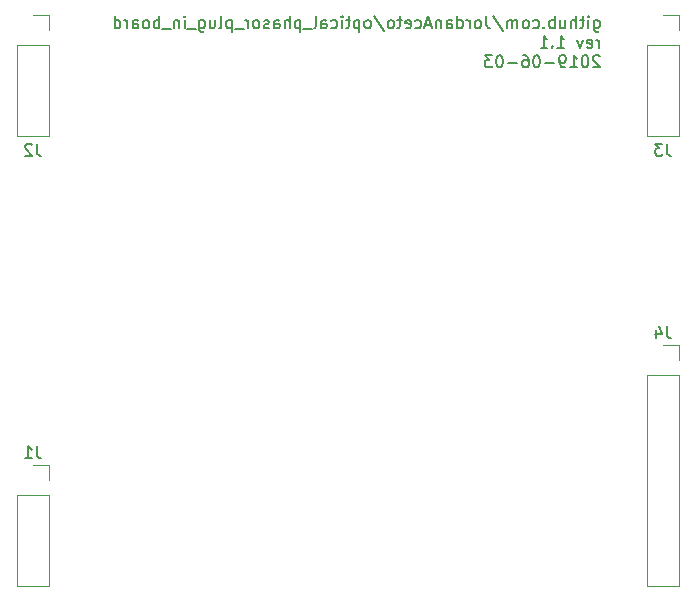
<source format=gbr>
G04 #@! TF.GenerationSoftware,KiCad,Pcbnew,5.1.6-c6e7f7d~87~ubuntu18.04.1*
G04 #@! TF.CreationDate,2020-07-17T09:27:03-04:00*
G04 #@! TF.ProjectId,optical_phasor_plug_in_board,6f707469-6361-46c5-9f70-6861736f725f,1.1*
G04 #@! TF.SameCoordinates,Original*
G04 #@! TF.FileFunction,Legend,Bot*
G04 #@! TF.FilePolarity,Positive*
%FSLAX46Y46*%
G04 Gerber Fmt 4.6, Leading zero omitted, Abs format (unit mm)*
G04 Created by KiCad (PCBNEW 5.1.6-c6e7f7d~87~ubuntu18.04.1) date 2020-07-17 09:27:03*
%MOMM*%
%LPD*%
G01*
G04 APERTURE LIST*
%ADD10C,0.150000*%
%ADD11C,0.120000*%
G04 APERTURE END LIST*
D10*
X166875833Y-67731714D02*
X166875833Y-68541238D01*
X166923452Y-68636476D01*
X166971071Y-68684095D01*
X167066309Y-68731714D01*
X167209166Y-68731714D01*
X167304404Y-68684095D01*
X166875833Y-68350761D02*
X166971071Y-68398380D01*
X167161547Y-68398380D01*
X167256785Y-68350761D01*
X167304404Y-68303142D01*
X167352023Y-68207904D01*
X167352023Y-67922190D01*
X167304404Y-67826952D01*
X167256785Y-67779333D01*
X167161547Y-67731714D01*
X166971071Y-67731714D01*
X166875833Y-67779333D01*
X166399642Y-68398380D02*
X166399642Y-67731714D01*
X166399642Y-67398380D02*
X166447261Y-67446000D01*
X166399642Y-67493619D01*
X166352023Y-67446000D01*
X166399642Y-67398380D01*
X166399642Y-67493619D01*
X166066309Y-67731714D02*
X165685357Y-67731714D01*
X165923452Y-67398380D02*
X165923452Y-68255523D01*
X165875833Y-68350761D01*
X165780595Y-68398380D01*
X165685357Y-68398380D01*
X165352023Y-68398380D02*
X165352023Y-67398380D01*
X164923452Y-68398380D02*
X164923452Y-67874571D01*
X164971071Y-67779333D01*
X165066309Y-67731714D01*
X165209166Y-67731714D01*
X165304404Y-67779333D01*
X165352023Y-67826952D01*
X164018690Y-67731714D02*
X164018690Y-68398380D01*
X164447261Y-67731714D02*
X164447261Y-68255523D01*
X164399642Y-68350761D01*
X164304404Y-68398380D01*
X164161547Y-68398380D01*
X164066309Y-68350761D01*
X164018690Y-68303142D01*
X163542500Y-68398380D02*
X163542500Y-67398380D01*
X163542500Y-67779333D02*
X163447261Y-67731714D01*
X163256785Y-67731714D01*
X163161547Y-67779333D01*
X163113928Y-67826952D01*
X163066309Y-67922190D01*
X163066309Y-68207904D01*
X163113928Y-68303142D01*
X163161547Y-68350761D01*
X163256785Y-68398380D01*
X163447261Y-68398380D01*
X163542500Y-68350761D01*
X162637738Y-68303142D02*
X162590119Y-68350761D01*
X162637738Y-68398380D01*
X162685357Y-68350761D01*
X162637738Y-68303142D01*
X162637738Y-68398380D01*
X161732976Y-68350761D02*
X161828214Y-68398380D01*
X162018690Y-68398380D01*
X162113928Y-68350761D01*
X162161547Y-68303142D01*
X162209166Y-68207904D01*
X162209166Y-67922190D01*
X162161547Y-67826952D01*
X162113928Y-67779333D01*
X162018690Y-67731714D01*
X161828214Y-67731714D01*
X161732976Y-67779333D01*
X161161547Y-68398380D02*
X161256785Y-68350761D01*
X161304404Y-68303142D01*
X161352023Y-68207904D01*
X161352023Y-67922190D01*
X161304404Y-67826952D01*
X161256785Y-67779333D01*
X161161547Y-67731714D01*
X161018690Y-67731714D01*
X160923452Y-67779333D01*
X160875833Y-67826952D01*
X160828214Y-67922190D01*
X160828214Y-68207904D01*
X160875833Y-68303142D01*
X160923452Y-68350761D01*
X161018690Y-68398380D01*
X161161547Y-68398380D01*
X160399642Y-68398380D02*
X160399642Y-67731714D01*
X160399642Y-67826952D02*
X160352023Y-67779333D01*
X160256785Y-67731714D01*
X160113928Y-67731714D01*
X160018690Y-67779333D01*
X159971071Y-67874571D01*
X159971071Y-68398380D01*
X159971071Y-67874571D02*
X159923452Y-67779333D01*
X159828214Y-67731714D01*
X159685357Y-67731714D01*
X159590119Y-67779333D01*
X159542500Y-67874571D01*
X159542500Y-68398380D01*
X158352023Y-67350761D02*
X159209166Y-68636476D01*
X157732976Y-67398380D02*
X157732976Y-68112666D01*
X157780595Y-68255523D01*
X157875833Y-68350761D01*
X158018690Y-68398380D01*
X158113928Y-68398380D01*
X157113928Y-68398380D02*
X157209166Y-68350761D01*
X157256785Y-68303142D01*
X157304404Y-68207904D01*
X157304404Y-67922190D01*
X157256785Y-67826952D01*
X157209166Y-67779333D01*
X157113928Y-67731714D01*
X156971071Y-67731714D01*
X156875833Y-67779333D01*
X156828214Y-67826952D01*
X156780595Y-67922190D01*
X156780595Y-68207904D01*
X156828214Y-68303142D01*
X156875833Y-68350761D01*
X156971071Y-68398380D01*
X157113928Y-68398380D01*
X156352023Y-68398380D02*
X156352023Y-67731714D01*
X156352023Y-67922190D02*
X156304404Y-67826952D01*
X156256785Y-67779333D01*
X156161547Y-67731714D01*
X156066309Y-67731714D01*
X155304404Y-68398380D02*
X155304404Y-67398380D01*
X155304404Y-68350761D02*
X155399642Y-68398380D01*
X155590119Y-68398380D01*
X155685357Y-68350761D01*
X155732976Y-68303142D01*
X155780595Y-68207904D01*
X155780595Y-67922190D01*
X155732976Y-67826952D01*
X155685357Y-67779333D01*
X155590119Y-67731714D01*
X155399642Y-67731714D01*
X155304404Y-67779333D01*
X154399642Y-68398380D02*
X154399642Y-67874571D01*
X154447261Y-67779333D01*
X154542500Y-67731714D01*
X154732976Y-67731714D01*
X154828214Y-67779333D01*
X154399642Y-68350761D02*
X154494880Y-68398380D01*
X154732976Y-68398380D01*
X154828214Y-68350761D01*
X154875833Y-68255523D01*
X154875833Y-68160285D01*
X154828214Y-68065047D01*
X154732976Y-68017428D01*
X154494880Y-68017428D01*
X154399642Y-67969809D01*
X153923452Y-67731714D02*
X153923452Y-68398380D01*
X153923452Y-67826952D02*
X153875833Y-67779333D01*
X153780595Y-67731714D01*
X153637738Y-67731714D01*
X153542500Y-67779333D01*
X153494880Y-67874571D01*
X153494880Y-68398380D01*
X153066309Y-68112666D02*
X152590119Y-68112666D01*
X153161547Y-68398380D02*
X152828214Y-67398380D01*
X152494880Y-68398380D01*
X151732976Y-68350761D02*
X151828214Y-68398380D01*
X152018690Y-68398380D01*
X152113928Y-68350761D01*
X152161547Y-68303142D01*
X152209166Y-68207904D01*
X152209166Y-67922190D01*
X152161547Y-67826952D01*
X152113928Y-67779333D01*
X152018690Y-67731714D01*
X151828214Y-67731714D01*
X151732976Y-67779333D01*
X150923452Y-68350761D02*
X151018690Y-68398380D01*
X151209166Y-68398380D01*
X151304404Y-68350761D01*
X151352023Y-68255523D01*
X151352023Y-67874571D01*
X151304404Y-67779333D01*
X151209166Y-67731714D01*
X151018690Y-67731714D01*
X150923452Y-67779333D01*
X150875833Y-67874571D01*
X150875833Y-67969809D01*
X151352023Y-68065047D01*
X150590119Y-67731714D02*
X150209166Y-67731714D01*
X150447261Y-67398380D02*
X150447261Y-68255523D01*
X150399642Y-68350761D01*
X150304404Y-68398380D01*
X150209166Y-68398380D01*
X149732976Y-68398380D02*
X149828214Y-68350761D01*
X149875833Y-68303142D01*
X149923452Y-68207904D01*
X149923452Y-67922190D01*
X149875833Y-67826952D01*
X149828214Y-67779333D01*
X149732976Y-67731714D01*
X149590119Y-67731714D01*
X149494880Y-67779333D01*
X149447261Y-67826952D01*
X149399642Y-67922190D01*
X149399642Y-68207904D01*
X149447261Y-68303142D01*
X149494880Y-68350761D01*
X149590119Y-68398380D01*
X149732976Y-68398380D01*
X148256785Y-67350761D02*
X149113928Y-68636476D01*
X147780595Y-68398380D02*
X147875833Y-68350761D01*
X147923452Y-68303142D01*
X147971071Y-68207904D01*
X147971071Y-67922190D01*
X147923452Y-67826952D01*
X147875833Y-67779333D01*
X147780595Y-67731714D01*
X147637738Y-67731714D01*
X147542500Y-67779333D01*
X147494880Y-67826952D01*
X147447261Y-67922190D01*
X147447261Y-68207904D01*
X147494880Y-68303142D01*
X147542500Y-68350761D01*
X147637738Y-68398380D01*
X147780595Y-68398380D01*
X147018690Y-67731714D02*
X147018690Y-68731714D01*
X147018690Y-67779333D02*
X146923452Y-67731714D01*
X146732976Y-67731714D01*
X146637738Y-67779333D01*
X146590119Y-67826952D01*
X146542500Y-67922190D01*
X146542500Y-68207904D01*
X146590119Y-68303142D01*
X146637738Y-68350761D01*
X146732976Y-68398380D01*
X146923452Y-68398380D01*
X147018690Y-68350761D01*
X146256785Y-67731714D02*
X145875833Y-67731714D01*
X146113928Y-67398380D02*
X146113928Y-68255523D01*
X146066309Y-68350761D01*
X145971071Y-68398380D01*
X145875833Y-68398380D01*
X145542500Y-68398380D02*
X145542500Y-67731714D01*
X145542500Y-67398380D02*
X145590119Y-67446000D01*
X145542500Y-67493619D01*
X145494880Y-67446000D01*
X145542500Y-67398380D01*
X145542500Y-67493619D01*
X144637738Y-68350761D02*
X144732976Y-68398380D01*
X144923452Y-68398380D01*
X145018690Y-68350761D01*
X145066309Y-68303142D01*
X145113928Y-68207904D01*
X145113928Y-67922190D01*
X145066309Y-67826952D01*
X145018690Y-67779333D01*
X144923452Y-67731714D01*
X144732976Y-67731714D01*
X144637738Y-67779333D01*
X143780595Y-68398380D02*
X143780595Y-67874571D01*
X143828214Y-67779333D01*
X143923452Y-67731714D01*
X144113928Y-67731714D01*
X144209166Y-67779333D01*
X143780595Y-68350761D02*
X143875833Y-68398380D01*
X144113928Y-68398380D01*
X144209166Y-68350761D01*
X144256785Y-68255523D01*
X144256785Y-68160285D01*
X144209166Y-68065047D01*
X144113928Y-68017428D01*
X143875833Y-68017428D01*
X143780595Y-67969809D01*
X143161547Y-68398380D02*
X143256785Y-68350761D01*
X143304404Y-68255523D01*
X143304404Y-67398380D01*
X143018690Y-68493619D02*
X142256785Y-68493619D01*
X142018690Y-67731714D02*
X142018690Y-68731714D01*
X142018690Y-67779333D02*
X141923452Y-67731714D01*
X141732976Y-67731714D01*
X141637738Y-67779333D01*
X141590119Y-67826952D01*
X141542500Y-67922190D01*
X141542500Y-68207904D01*
X141590119Y-68303142D01*
X141637738Y-68350761D01*
X141732976Y-68398380D01*
X141923452Y-68398380D01*
X142018690Y-68350761D01*
X141113928Y-68398380D02*
X141113928Y-67398380D01*
X140685357Y-68398380D02*
X140685357Y-67874571D01*
X140732976Y-67779333D01*
X140828214Y-67731714D01*
X140971071Y-67731714D01*
X141066309Y-67779333D01*
X141113928Y-67826952D01*
X139780595Y-68398380D02*
X139780595Y-67874571D01*
X139828214Y-67779333D01*
X139923452Y-67731714D01*
X140113928Y-67731714D01*
X140209166Y-67779333D01*
X139780595Y-68350761D02*
X139875833Y-68398380D01*
X140113928Y-68398380D01*
X140209166Y-68350761D01*
X140256785Y-68255523D01*
X140256785Y-68160285D01*
X140209166Y-68065047D01*
X140113928Y-68017428D01*
X139875833Y-68017428D01*
X139780595Y-67969809D01*
X139352023Y-68350761D02*
X139256785Y-68398380D01*
X139066309Y-68398380D01*
X138971071Y-68350761D01*
X138923452Y-68255523D01*
X138923452Y-68207904D01*
X138971071Y-68112666D01*
X139066309Y-68065047D01*
X139209166Y-68065047D01*
X139304404Y-68017428D01*
X139352023Y-67922190D01*
X139352023Y-67874571D01*
X139304404Y-67779333D01*
X139209166Y-67731714D01*
X139066309Y-67731714D01*
X138971071Y-67779333D01*
X138352023Y-68398380D02*
X138447261Y-68350761D01*
X138494880Y-68303142D01*
X138542500Y-68207904D01*
X138542500Y-67922190D01*
X138494880Y-67826952D01*
X138447261Y-67779333D01*
X138352023Y-67731714D01*
X138209166Y-67731714D01*
X138113928Y-67779333D01*
X138066309Y-67826952D01*
X138018690Y-67922190D01*
X138018690Y-68207904D01*
X138066309Y-68303142D01*
X138113928Y-68350761D01*
X138209166Y-68398380D01*
X138352023Y-68398380D01*
X137590119Y-68398380D02*
X137590119Y-67731714D01*
X137590119Y-67922190D02*
X137542500Y-67826952D01*
X137494880Y-67779333D01*
X137399642Y-67731714D01*
X137304404Y-67731714D01*
X137209166Y-68493619D02*
X136447261Y-68493619D01*
X136209166Y-67731714D02*
X136209166Y-68731714D01*
X136209166Y-67779333D02*
X136113928Y-67731714D01*
X135923452Y-67731714D01*
X135828214Y-67779333D01*
X135780595Y-67826952D01*
X135732976Y-67922190D01*
X135732976Y-68207904D01*
X135780595Y-68303142D01*
X135828214Y-68350761D01*
X135923452Y-68398380D01*
X136113928Y-68398380D01*
X136209166Y-68350761D01*
X135161547Y-68398380D02*
X135256785Y-68350761D01*
X135304404Y-68255523D01*
X135304404Y-67398380D01*
X134352023Y-67731714D02*
X134352023Y-68398380D01*
X134780595Y-67731714D02*
X134780595Y-68255523D01*
X134732976Y-68350761D01*
X134637738Y-68398380D01*
X134494880Y-68398380D01*
X134399642Y-68350761D01*
X134352023Y-68303142D01*
X133447261Y-67731714D02*
X133447261Y-68541238D01*
X133494880Y-68636476D01*
X133542500Y-68684095D01*
X133637738Y-68731714D01*
X133780595Y-68731714D01*
X133875833Y-68684095D01*
X133447261Y-68350761D02*
X133542500Y-68398380D01*
X133732976Y-68398380D01*
X133828214Y-68350761D01*
X133875833Y-68303142D01*
X133923452Y-68207904D01*
X133923452Y-67922190D01*
X133875833Y-67826952D01*
X133828214Y-67779333D01*
X133732976Y-67731714D01*
X133542500Y-67731714D01*
X133447261Y-67779333D01*
X133209166Y-68493619D02*
X132447261Y-68493619D01*
X132209166Y-68398380D02*
X132209166Y-67731714D01*
X132209166Y-67398380D02*
X132256785Y-67446000D01*
X132209166Y-67493619D01*
X132161547Y-67446000D01*
X132209166Y-67398380D01*
X132209166Y-67493619D01*
X131732976Y-67731714D02*
X131732976Y-68398380D01*
X131732976Y-67826952D02*
X131685357Y-67779333D01*
X131590119Y-67731714D01*
X131447261Y-67731714D01*
X131352023Y-67779333D01*
X131304404Y-67874571D01*
X131304404Y-68398380D01*
X131066309Y-68493619D02*
X130304404Y-68493619D01*
X130066309Y-68398380D02*
X130066309Y-67398380D01*
X130066309Y-67779333D02*
X129971071Y-67731714D01*
X129780595Y-67731714D01*
X129685357Y-67779333D01*
X129637738Y-67826952D01*
X129590119Y-67922190D01*
X129590119Y-68207904D01*
X129637738Y-68303142D01*
X129685357Y-68350761D01*
X129780595Y-68398380D01*
X129971071Y-68398380D01*
X130066309Y-68350761D01*
X129018690Y-68398380D02*
X129113928Y-68350761D01*
X129161547Y-68303142D01*
X129209166Y-68207904D01*
X129209166Y-67922190D01*
X129161547Y-67826952D01*
X129113928Y-67779333D01*
X129018690Y-67731714D01*
X128875833Y-67731714D01*
X128780595Y-67779333D01*
X128732976Y-67826952D01*
X128685357Y-67922190D01*
X128685357Y-68207904D01*
X128732976Y-68303142D01*
X128780595Y-68350761D01*
X128875833Y-68398380D01*
X129018690Y-68398380D01*
X127828214Y-68398380D02*
X127828214Y-67874571D01*
X127875833Y-67779333D01*
X127971071Y-67731714D01*
X128161547Y-67731714D01*
X128256785Y-67779333D01*
X127828214Y-68350761D02*
X127923452Y-68398380D01*
X128161547Y-68398380D01*
X128256785Y-68350761D01*
X128304404Y-68255523D01*
X128304404Y-68160285D01*
X128256785Y-68065047D01*
X128161547Y-68017428D01*
X127923452Y-68017428D01*
X127828214Y-67969809D01*
X127352023Y-68398380D02*
X127352023Y-67731714D01*
X127352023Y-67922190D02*
X127304404Y-67826952D01*
X127256785Y-67779333D01*
X127161547Y-67731714D01*
X127066309Y-67731714D01*
X126304404Y-68398380D02*
X126304404Y-67398380D01*
X126304404Y-68350761D02*
X126399642Y-68398380D01*
X126590119Y-68398380D01*
X126685357Y-68350761D01*
X126732976Y-68303142D01*
X126780595Y-68207904D01*
X126780595Y-67922190D01*
X126732976Y-67826952D01*
X126685357Y-67779333D01*
X126590119Y-67731714D01*
X126399642Y-67731714D01*
X126304404Y-67779333D01*
X167304404Y-70048380D02*
X167304404Y-69381714D01*
X167304404Y-69572190D02*
X167256785Y-69476952D01*
X167209166Y-69429333D01*
X167113928Y-69381714D01*
X167018690Y-69381714D01*
X166304404Y-70000761D02*
X166399642Y-70048380D01*
X166590119Y-70048380D01*
X166685357Y-70000761D01*
X166732976Y-69905523D01*
X166732976Y-69524571D01*
X166685357Y-69429333D01*
X166590119Y-69381714D01*
X166399642Y-69381714D01*
X166304404Y-69429333D01*
X166256785Y-69524571D01*
X166256785Y-69619809D01*
X166732976Y-69715047D01*
X165923452Y-69381714D02*
X165685357Y-70048380D01*
X165447261Y-69381714D01*
X163780595Y-70048380D02*
X164352023Y-70048380D01*
X164066309Y-70048380D02*
X164066309Y-69048380D01*
X164161547Y-69191238D01*
X164256785Y-69286476D01*
X164352023Y-69334095D01*
X163352023Y-69953142D02*
X163304404Y-70000761D01*
X163352023Y-70048380D01*
X163399642Y-70000761D01*
X163352023Y-69953142D01*
X163352023Y-70048380D01*
X162352023Y-70048380D02*
X162923452Y-70048380D01*
X162637738Y-70048380D02*
X162637738Y-69048380D01*
X162732976Y-69191238D01*
X162828214Y-69286476D01*
X162923452Y-69334095D01*
X167352023Y-70793619D02*
X167304404Y-70746000D01*
X167209166Y-70698380D01*
X166971071Y-70698380D01*
X166875833Y-70746000D01*
X166828214Y-70793619D01*
X166780595Y-70888857D01*
X166780595Y-70984095D01*
X166828214Y-71126952D01*
X167399642Y-71698380D01*
X166780595Y-71698380D01*
X166161547Y-70698380D02*
X166066309Y-70698380D01*
X165971071Y-70746000D01*
X165923452Y-70793619D01*
X165875833Y-70888857D01*
X165828214Y-71079333D01*
X165828214Y-71317428D01*
X165875833Y-71507904D01*
X165923452Y-71603142D01*
X165971071Y-71650761D01*
X166066309Y-71698380D01*
X166161547Y-71698380D01*
X166256785Y-71650761D01*
X166304404Y-71603142D01*
X166352023Y-71507904D01*
X166399642Y-71317428D01*
X166399642Y-71079333D01*
X166352023Y-70888857D01*
X166304404Y-70793619D01*
X166256785Y-70746000D01*
X166161547Y-70698380D01*
X164875833Y-71698380D02*
X165447261Y-71698380D01*
X165161547Y-71698380D02*
X165161547Y-70698380D01*
X165256785Y-70841238D01*
X165352023Y-70936476D01*
X165447261Y-70984095D01*
X164399642Y-71698380D02*
X164209166Y-71698380D01*
X164113928Y-71650761D01*
X164066309Y-71603142D01*
X163971071Y-71460285D01*
X163923452Y-71269809D01*
X163923452Y-70888857D01*
X163971071Y-70793619D01*
X164018690Y-70746000D01*
X164113928Y-70698380D01*
X164304404Y-70698380D01*
X164399642Y-70746000D01*
X164447261Y-70793619D01*
X164494880Y-70888857D01*
X164494880Y-71126952D01*
X164447261Y-71222190D01*
X164399642Y-71269809D01*
X164304404Y-71317428D01*
X164113928Y-71317428D01*
X164018690Y-71269809D01*
X163971071Y-71222190D01*
X163923452Y-71126952D01*
X163494880Y-71317428D02*
X162732976Y-71317428D01*
X162066309Y-70698380D02*
X161971071Y-70698380D01*
X161875833Y-70746000D01*
X161828214Y-70793619D01*
X161780595Y-70888857D01*
X161732976Y-71079333D01*
X161732976Y-71317428D01*
X161780595Y-71507904D01*
X161828214Y-71603142D01*
X161875833Y-71650761D01*
X161971071Y-71698380D01*
X162066309Y-71698380D01*
X162161547Y-71650761D01*
X162209166Y-71603142D01*
X162256785Y-71507904D01*
X162304404Y-71317428D01*
X162304404Y-71079333D01*
X162256785Y-70888857D01*
X162209166Y-70793619D01*
X162161547Y-70746000D01*
X162066309Y-70698380D01*
X160875833Y-70698380D02*
X161066309Y-70698380D01*
X161161547Y-70746000D01*
X161209166Y-70793619D01*
X161304404Y-70936476D01*
X161352023Y-71126952D01*
X161352023Y-71507904D01*
X161304404Y-71603142D01*
X161256785Y-71650761D01*
X161161547Y-71698380D01*
X160971071Y-71698380D01*
X160875833Y-71650761D01*
X160828214Y-71603142D01*
X160780595Y-71507904D01*
X160780595Y-71269809D01*
X160828214Y-71174571D01*
X160875833Y-71126952D01*
X160971071Y-71079333D01*
X161161547Y-71079333D01*
X161256785Y-71126952D01*
X161304404Y-71174571D01*
X161352023Y-71269809D01*
X160352023Y-71317428D02*
X159590119Y-71317428D01*
X158923452Y-70698380D02*
X158828214Y-70698380D01*
X158732976Y-70746000D01*
X158685357Y-70793619D01*
X158637738Y-70888857D01*
X158590119Y-71079333D01*
X158590119Y-71317428D01*
X158637738Y-71507904D01*
X158685357Y-71603142D01*
X158732976Y-71650761D01*
X158828214Y-71698380D01*
X158923452Y-71698380D01*
X159018690Y-71650761D01*
X159066309Y-71603142D01*
X159113928Y-71507904D01*
X159161547Y-71317428D01*
X159161547Y-71079333D01*
X159113928Y-70888857D01*
X159066309Y-70793619D01*
X159018690Y-70746000D01*
X158923452Y-70698380D01*
X158256785Y-70698380D02*
X157637738Y-70698380D01*
X157971071Y-71079333D01*
X157828214Y-71079333D01*
X157732976Y-71126952D01*
X157685357Y-71174571D01*
X157637738Y-71269809D01*
X157637738Y-71507904D01*
X157685357Y-71603142D01*
X157732976Y-71650761D01*
X157828214Y-71698380D01*
X158113928Y-71698380D01*
X158209166Y-71650761D01*
X158256785Y-71603142D01*
D11*
X120710000Y-105350000D02*
X119380000Y-105350000D01*
X120710000Y-106680000D02*
X120710000Y-105350000D01*
X120710000Y-107950000D02*
X118050000Y-107950000D01*
X118050000Y-107950000D02*
X118050000Y-115630000D01*
X120710000Y-107950000D02*
X120710000Y-115630000D01*
X120710000Y-115630000D02*
X118050000Y-115630000D01*
X120710000Y-77530000D02*
X118050000Y-77530000D01*
X120710000Y-69850000D02*
X120710000Y-77530000D01*
X118050000Y-69850000D02*
X118050000Y-77530000D01*
X120710000Y-69850000D02*
X118050000Y-69850000D01*
X120710000Y-68580000D02*
X120710000Y-67250000D01*
X120710000Y-67250000D02*
X119380000Y-67250000D01*
X174050000Y-77530000D02*
X171390000Y-77530000D01*
X174050000Y-69850000D02*
X174050000Y-77530000D01*
X171390000Y-69850000D02*
X171390000Y-77530000D01*
X174050000Y-69850000D02*
X171390000Y-69850000D01*
X174050000Y-68580000D02*
X174050000Y-67250000D01*
X174050000Y-67250000D02*
X172720000Y-67250000D01*
X174050000Y-95190000D02*
X172720000Y-95190000D01*
X174050000Y-96520000D02*
X174050000Y-95190000D01*
X174050000Y-97790000D02*
X171390000Y-97790000D01*
X171390000Y-97790000D02*
X171390000Y-115630000D01*
X174050000Y-97790000D02*
X174050000Y-115630000D01*
X174050000Y-115630000D02*
X171390000Y-115630000D01*
D10*
X119713333Y-103802380D02*
X119713333Y-104516666D01*
X119760952Y-104659523D01*
X119856190Y-104754761D01*
X119999047Y-104802380D01*
X120094285Y-104802380D01*
X118713333Y-104802380D02*
X119284761Y-104802380D01*
X118999047Y-104802380D02*
X118999047Y-103802380D01*
X119094285Y-103945238D01*
X119189523Y-104040476D01*
X119284761Y-104088095D01*
X119713333Y-78192380D02*
X119713333Y-78906666D01*
X119760952Y-79049523D01*
X119856190Y-79144761D01*
X119999047Y-79192380D01*
X120094285Y-79192380D01*
X119284761Y-78287619D02*
X119237142Y-78240000D01*
X119141904Y-78192380D01*
X118903809Y-78192380D01*
X118808571Y-78240000D01*
X118760952Y-78287619D01*
X118713333Y-78382857D01*
X118713333Y-78478095D01*
X118760952Y-78620952D01*
X119332380Y-79192380D01*
X118713333Y-79192380D01*
X173053333Y-78192380D02*
X173053333Y-78906666D01*
X173100952Y-79049523D01*
X173196190Y-79144761D01*
X173339047Y-79192380D01*
X173434285Y-79192380D01*
X172672380Y-78192380D02*
X172053333Y-78192380D01*
X172386666Y-78573333D01*
X172243809Y-78573333D01*
X172148571Y-78620952D01*
X172100952Y-78668571D01*
X172053333Y-78763809D01*
X172053333Y-79001904D01*
X172100952Y-79097142D01*
X172148571Y-79144761D01*
X172243809Y-79192380D01*
X172529523Y-79192380D01*
X172624761Y-79144761D01*
X172672380Y-79097142D01*
X173053333Y-93642380D02*
X173053333Y-94356666D01*
X173100952Y-94499523D01*
X173196190Y-94594761D01*
X173339047Y-94642380D01*
X173434285Y-94642380D01*
X172148571Y-93975714D02*
X172148571Y-94642380D01*
X172386666Y-93594761D02*
X172624761Y-94309047D01*
X172005714Y-94309047D01*
M02*

</source>
